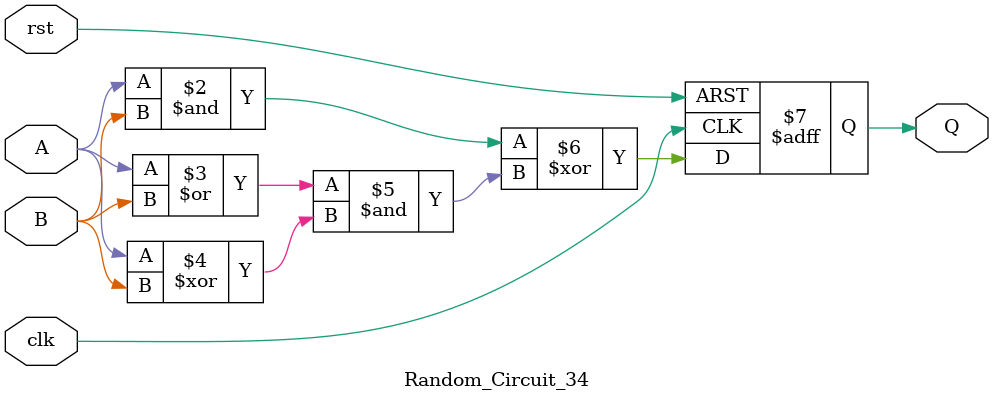
<source format=v>
module Random_Circuit_34 (
    input A, B, clk, rst,
    output reg Q
);
    always @(posedge clk or posedge rst) begin
        if (rst)
            Q <= 0;
        else
            Q <= (A & B) ^ (A | B) & (A ^ B);  // AND, OR, XOR logic
    end
endmodule

</source>
